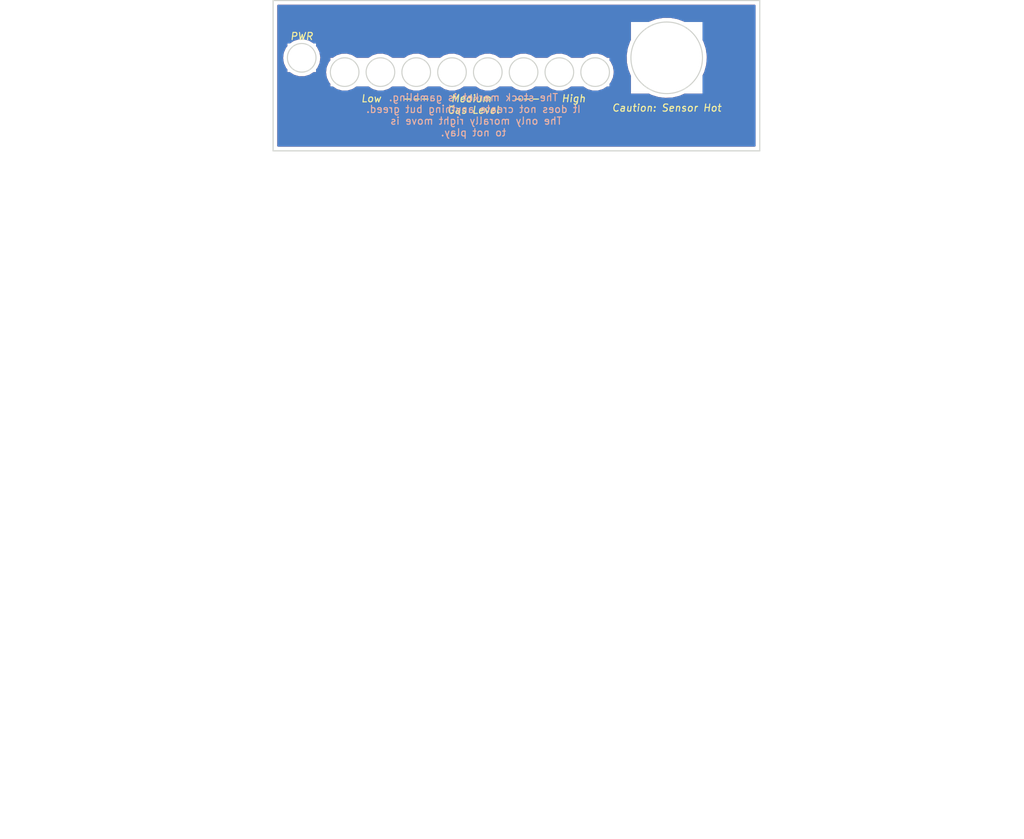
<source format=kicad_pcb>
(kicad_pcb (version 20171130) (host pcbnew 5.0.0-rc2)

  (general
    (thickness 1.6)
    (drawings 20)
    (tracks 0)
    (zones 0)
    (modules 1)
    (nets 1)
  )

  (page USLetter)
  (title_block
    (title "Project Title")
  )

  (layers
    (0 F.Cu signal)
    (31 B.Cu signal)
    (34 B.Paste user)
    (35 F.Paste user)
    (36 B.SilkS user)
    (37 F.SilkS user)
    (38 B.Mask user)
    (39 F.Mask user)
    (40 Dwgs.User user)
    (44 Edge.Cuts user)
    (46 B.CrtYd user)
    (47 F.CrtYd user)
    (48 B.Fab user)
    (49 F.Fab user)
  )

  (setup
    (last_trace_width 0.254)
    (user_trace_width 0.1524)
    (user_trace_width 0.254)
    (user_trace_width 0.3302)
    (user_trace_width 0.508)
    (user_trace_width 0.762)
    (user_trace_width 1.27)
    (trace_clearance 0.254)
    (zone_clearance 0.508)
    (zone_45_only no)
    (trace_min 0.1524)
    (segment_width 0.1524)
    (edge_width 0.1524)
    (via_size 0.6858)
    (via_drill 0.3302)
    (via_min_size 0.6858)
    (via_min_drill 0.3302)
    (user_via 0.6858 0.3302)
    (user_via 0.762 0.4064)
    (user_via 0.8636 0.508)
    (uvia_size 0.6858)
    (uvia_drill 0.3302)
    (uvias_allowed no)
    (uvia_min_size 0)
    (uvia_min_drill 0)
    (pcb_text_width 0.1524)
    (pcb_text_size 1.016 1.016)
    (mod_edge_width 0.1524)
    (mod_text_size 1.016 1.016)
    (mod_text_width 0.1524)
    (pad_size 1.524 1.524)
    (pad_drill 0.762)
    (pad_to_mask_clearance 0.0762)
    (solder_mask_min_width 0.1016)
    (pad_to_paste_clearance -0.0762)
    (aux_axis_origin 0 0)
    (visible_elements 7FFFFFFF)
    (pcbplotparams
      (layerselection 0x310fc_ffffffff)
      (usegerberextensions true)
      (usegerberattributes false)
      (usegerberadvancedattributes false)
      (creategerberjobfile false)
      (excludeedgelayer true)
      (linewidth 0.100000)
      (plotframeref false)
      (viasonmask false)
      (mode 1)
      (useauxorigin false)
      (hpglpennumber 1)
      (hpglpenspeed 20)
      (hpglpendiameter 15)
      (psnegative false)
      (psa4output false)
      (plotreference true)
      (plotvalue true)
      (plotinvisibletext false)
      (padsonsilk false)
      (subtractmaskfromsilk false)
      (outputformat 1)
      (mirror false)
      (drillshape 0)
      (scaleselection 1)
      (outputdirectory gerbers/))
  )

  (net 0 "")

  (net_class Default "This is the default net class."
    (clearance 0.254)
    (trace_width 0.254)
    (via_dia 0.6858)
    (via_drill 0.3302)
    (uvia_dia 0.6858)
    (uvia_drill 0.3302)
  )

  (module SteakElectronics:steakelectronics_fmask (layer F.Cu) (tedit 0) (tstamp 5CF761C2)
    (at 116 97)
    (fp_text reference G*** (at 0 0) (layer F.Mask) hide
      (effects (font (size 1.524 1.524) (thickness 0.3)))
    )
    (fp_text value LOGO (at 0.75 0) (layer F.Mask) hide
      (effects (font (size 1.524 1.524) (thickness 0.3)))
    )
    (fp_poly (pts (xy 5.101457 -0.864935) (xy 5.215637 -0.827851) (xy 5.258911 -0.760943) (xy 5.256052 -0.710284)
      (xy 5.209764 -0.644504) (xy 5.147599 -0.643317) (xy 4.963596 -0.667675) (xy 4.832097 -0.652339)
      (xy 4.768689 -0.59943) (xy 4.766549 -0.591451) (xy 4.782414 -0.531199) (xy 4.870041 -0.492189)
      (xy 4.915886 -0.482326) (xy 5.113334 -0.416308) (xy 5.244151 -0.312602) (xy 5.301787 -0.18408)
      (xy 5.279694 -0.043619) (xy 5.197554 0.071372) (xy 5.051291 0.156541) (xy 4.840636 0.181897)
      (xy 4.583546 0.152136) (xy 4.505528 0.112784) (xy 4.480069 0.018767) (xy 4.479636 -0.003831)
      (xy 4.479636 -0.139785) (xy 4.652282 -0.067649) (xy 4.804479 -0.024271) (xy 4.93084 -0.024026)
      (xy 5.010295 -0.063581) (xy 5.025097 -0.126633) (xy 4.968647 -0.191463) (xy 4.838354 -0.239419)
      (xy 4.828071 -0.241634) (xy 4.629836 -0.311664) (xy 4.514018 -0.422598) (xy 4.479636 -0.561339)
      (xy 4.517011 -0.719776) (xy 4.62863 -0.823749) (xy 4.813731 -0.872696) (xy 4.906818 -0.876747)
      (xy 5.101457 -0.864935)) (layer F.Mask) (width 0.01))
    (fp_poly (pts (xy 4.109286 -0.869729) (xy 4.225069 -0.841731) (xy 4.281533 -0.786228) (xy 4.294909 -0.707765)
      (xy 4.282919 -0.627479) (xy 4.229315 -0.618611) (xy 4.191 -0.630404) (xy 3.991686 -0.667801)
      (xy 3.836501 -0.631103) (xy 3.734507 -0.525593) (xy 3.694764 -0.356556) (xy 3.694546 -0.340835)
      (xy 3.729977 -0.186171) (xy 3.821603 -0.072865) (xy 3.947424 -0.016831) (xy 4.08544 -0.033986)
      (xy 4.105401 -0.043623) (xy 4.220017 -0.088188) (xy 4.279707 -0.063961) (xy 4.294909 0.017705)
      (xy 4.260436 0.118285) (xy 4.191 0.15562) (xy 3.999643 0.181872) (xy 3.801148 0.170245)
      (xy 3.648364 0.125955) (xy 3.553784 0.047651) (xy 3.464361 -0.074324) (xy 3.447328 -0.106281)
      (xy 3.387399 -0.323202) (xy 3.417284 -0.53352) (xy 3.534691 -0.72373) (xy 3.555844 -0.745857)
      (xy 3.657722 -0.829823) (xy 3.768209 -0.868535) (xy 3.918125 -0.877454) (xy 4.109286 -0.869729)) (layer F.Mask) (width 0.01))
    (fp_poly (pts (xy 3.232727 0.184728) (xy 3.101879 0.184728) (xy 3.00063 0.178715) (xy 2.951788 0.165671)
      (xy 2.945279 0.114609) (xy 2.942347 -0.009273) (xy 2.943167 -0.186494) (xy 2.946972 -0.36542)
      (xy 2.961398 -0.877454) (xy 3.232727 -0.877454) (xy 3.232727 0.184728)) (layer F.Mask) (width 0.01))
    (fp_poly (pts (xy 2.032472 -0.870707) (xy 2.094257 -0.838816) (xy 2.154678 -0.764305) (xy 2.231393 -0.629702)
      (xy 2.263396 -0.56892) (xy 2.424546 -0.260386) (xy 2.438201 -0.56892) (xy 2.447019 -0.73287)
      (xy 2.461861 -0.825145) (xy 2.492749 -0.866346) (xy 2.549705 -0.877077) (xy 2.588292 -0.877454)
      (xy 2.724727 -0.877454) (xy 2.724727 0.190303) (xy 2.558939 0.17597) (xy 2.471376 0.162146)
      (xy 2.405217 0.126707) (xy 2.342316 0.051643) (xy 2.264525 -0.081053) (xy 2.22412 -0.156283)
      (xy 2.055091 -0.474202) (xy 2.041522 -0.144737) (xy 2.032597 0.026239) (xy 2.018322 0.124773)
      (xy 1.991028 0.170757) (xy 1.943049 0.184084) (xy 1.914522 0.184728) (xy 1.801091 0.184728)
      (xy 1.801091 -0.877454) (xy 1.951669 -0.877454) (xy 2.032472 -0.870707)) (layer F.Mask) (width 0.01))
    (fp_poly (pts (xy 1.228439 -0.870248) (xy 1.336705 -0.841182) (xy 1.424238 -0.779085) (xy 1.447308 -0.756824)
      (xy 1.556627 -0.592947) (xy 1.604676 -0.399511) (xy 1.593131 -0.202269) (xy 1.523669 -0.026974)
      (xy 1.397965 0.100618) (xy 1.391247 0.104687) (xy 1.220062 0.16453) (xy 1.014208 0.179192)
      (xy 0.82097 0.146085) (xy 0.796928 0.137215) (xy 0.662851 0.037998) (xy 0.566907 -0.119199)
      (xy 0.519172 -0.304358) (xy 0.52288 -0.368712) (xy 0.827656 -0.368712) (xy 0.850907 -0.202449)
      (xy 0.880523 -0.132812) (xy 0.963315 -0.060814) (xy 1.078985 -0.049755) (xy 1.195594 -0.094775)
      (xy 1.281203 -0.191011) (xy 1.282668 -0.194026) (xy 1.319006 -0.362208) (xy 1.276249 -0.519616)
      (xy 1.171964 -0.631417) (xy 1.084258 -0.677168) (xy 1.011563 -0.666199) (xy 0.946727 -0.627701)
      (xy 0.861053 -0.521354) (xy 0.827656 -0.368712) (xy 0.52288 -0.368712) (xy 0.529723 -0.487462)
      (xy 0.559953 -0.568763) (xy 0.668305 -0.738832) (xy 0.792916 -0.834711) (xy 0.962157 -0.873777)
      (xy 1.063934 -0.877454) (xy 1.228439 -0.870248)) (layer F.Mask) (width 0.01))
    (fp_poly (pts (xy 0.031644 -0.874091) (xy 0.14009 -0.858698) (xy 0.210616 -0.823318) (xy 0.270402 -0.759995)
      (xy 0.273739 -0.755772) (xy 0.339817 -0.65596) (xy 0.369347 -0.580104) (xy 0.369455 -0.577272)
      (xy 0.342826 -0.504196) (xy 0.27828 -0.404609) (xy 0.273739 -0.398773) (xy 0.221559 -0.318175)
      (xy 0.217589 -0.27808) (xy 0.222471 -0.27709) (xy 0.260653 -0.239856) (xy 0.319966 -0.148072)
      (xy 0.38409 -0.031621) (xy 0.436705 0.079617) (xy 0.461489 0.155761) (xy 0.461818 0.161133)
      (xy 0.421264 0.176959) (xy 0.322006 0.1846) (xy 0.305785 0.184728) (xy 0.188938 0.169429)
      (xy 0.121016 0.105473) (xy 0.090734 0.042249) (xy 0.011857 -0.105024) (xy -0.075958 -0.202832)
      (xy -0.141844 -0.230909) (xy -0.16742 -0.189625) (xy -0.182761 -0.085176) (xy -0.184727 -0.02309)
      (xy -0.188743 0.1047) (xy -0.211932 0.165226) (xy -0.271005 0.183553) (xy -0.323273 0.184728)
      (xy -0.461818 0.184728) (xy -0.461818 -0.53109) (xy -0.184727 -0.53109) (xy -0.157176 -0.438368)
      (xy -0.089422 -0.419488) (xy -0.003818 -0.480336) (xy -0.001679 -0.482886) (xy 0.03082 -0.569617)
      (xy -0.016469 -0.630714) (xy -0.095089 -0.646545) (xy -0.165795 -0.618009) (xy -0.184727 -0.53109)
      (xy -0.461818 -0.53109) (xy -0.461818 -0.877454) (xy -0.141897 -0.877454) (xy 0.031644 -0.874091)) (layer F.Mask) (width 0.01))
    (fp_poly (pts (xy -1.073727 -0.867471) (xy -0.854203 -0.860467) (xy -0.710931 -0.851062) (xy -0.627807 -0.835835)
      (xy -0.588726 -0.811364) (xy -0.577581 -0.774228) (xy -0.577273 -0.762) (xy -0.597147 -0.697502)
      (xy -0.672228 -0.66507) (xy -0.750454 -0.655303) (xy -0.923636 -0.640969) (xy -0.923636 0.184728)
      (xy -1.200727 0.184728) (xy -1.200727 -0.646545) (xy -1.385454 -0.646545) (xy -1.504409 -0.652778)
      (xy -1.557284 -0.682464) (xy -1.5701 -0.752088) (xy -1.570182 -0.763562) (xy -1.570182 -0.880579)
      (xy -1.073727 -0.867471)) (layer F.Mask) (width 0.01))
    (fp_poly (pts (xy -1.921044 -0.867929) (xy -1.765643 -0.85799) (xy -1.679789 -0.839713) (xy -1.640712 -0.801829)
      (xy -1.625641 -0.733065) (xy -1.624228 -0.72101) (xy -1.622816 -0.629584) (xy -1.656418 -0.608628)
      (xy -1.686246 -0.617298) (xy -1.847903 -0.669514) (xy -1.959734 -0.673295) (xy -2.052226 -0.62582)
      (xy -2.104109 -0.578634) (xy -2.187273 -0.474735) (xy -2.207266 -0.372757) (xy -2.198658 -0.308666)
      (xy -2.133075 -0.137993) (xy -2.0178 -0.045006) (xy -1.853751 -0.030129) (xy -1.689927 -0.074016)
      (xy -1.634013 -0.072574) (xy -1.616474 0.002056) (xy -1.616364 0.013209) (xy -1.642506 0.111574)
      (xy -1.689413 0.156696) (xy -1.843821 0.183462) (xy -2.031054 0.173238) (xy -2.201117 0.129918)
      (xy -2.235445 0.114188) (xy -2.376757 0.01893) (xy -2.456555 -0.100167) (xy -2.489223 -0.269791)
      (xy -2.492349 -0.362471) (xy -2.486323 -0.517355) (xy -2.456117 -0.619485) (xy -2.387011 -0.707985)
      (xy -2.348225 -0.745492) (xy -2.257227 -0.821728) (xy -2.171457 -0.860526) (xy -2.056129 -0.871855)
      (xy -1.921044 -0.867929)) (layer F.Mask) (width 0.01))
    (fp_poly (pts (xy -2.818584 -0.876224) (xy -2.708867 -0.868607) (xy -2.653822 -0.848714) (xy -2.634605 -0.810657)
      (xy -2.632364 -0.762) (xy -2.63985 -0.693478) (xy -2.678057 -0.659295) (xy -2.770603 -0.647639)
      (xy -2.863273 -0.646545) (xy -3.003716 -0.640779) (xy -3.073535 -0.618491) (xy -3.094025 -0.572197)
      (xy -3.094182 -0.565394) (xy -3.079299 -0.515801) (xy -3.019544 -0.496454) (xy -2.892252 -0.500309)
      (xy -2.886364 -0.500772) (xy -2.758835 -0.507631) (xy -2.698326 -0.491118) (xy -2.67985 -0.436002)
      (xy -2.678545 -0.374104) (xy -2.684192 -0.286076) (xy -2.717858 -0.244386) (xy -2.804637 -0.231744)
      (xy -2.886364 -0.230909) (xy -3.016233 -0.224865) (xy -3.077645 -0.199771) (xy -3.094102 -0.14518)
      (xy -3.094182 -0.138545) (xy -3.082025 -0.083145) (xy -3.030423 -0.055515) (xy -2.916682 -0.046577)
      (xy -2.863273 -0.046181) (xy -2.72623 -0.042438) (xy -2.657863 -0.023335) (xy -2.634551 0.022939)
      (xy -2.632364 0.069273) (xy -2.636301 0.126534) (xy -2.660675 0.16082) (xy -2.724332 0.178022)
      (xy -2.846116 0.184027) (xy -3.001818 0.184728) (xy -3.371273 0.184728) (xy -3.371273 -0.877454)
      (xy -3.001818 -0.877454) (xy -2.818584 -0.876224)) (layer F.Mask) (width 0.01))
    (fp_poly (pts (xy -3.971636 -0.046181) (xy -3.740727 -0.046181) (xy -3.603685 -0.042438) (xy -3.535318 -0.023335)
      (xy -3.512006 0.022939) (xy -3.509818 0.069273) (xy -3.513422 0.125182) (xy -3.536426 0.159303)
      (xy -3.597115 0.177015) (xy -3.713778 0.183697) (xy -3.902364 0.184728) (xy -4.294909 0.184728)
      (xy -4.294909 -0.877454) (xy -3.971636 -0.877454) (xy -3.971636 -0.046181)) (layer F.Mask) (width 0.01))
    (fp_poly (pts (xy -4.665857 -0.876224) (xy -4.55614 -0.868607) (xy -4.501095 -0.848714) (xy -4.481878 -0.810657)
      (xy -4.479636 -0.762) (xy -4.48825 -0.690755) (xy -4.530589 -0.657) (xy -4.631401 -0.646986)
      (xy -4.687454 -0.646545) (xy -4.82443 -0.637479) (xy -4.886823 -0.606654) (xy -4.895273 -0.577272)
      (xy -4.864769 -0.529105) (xy -4.763653 -0.509257) (xy -4.710545 -0.508) (xy -4.592097 -0.502529)
      (xy -4.539441 -0.472881) (xy -4.52611 -0.399204) (xy -4.525818 -0.369454) (xy -4.533113 -0.280618)
      (xy -4.572643 -0.241126) (xy -4.670879 -0.231127) (xy -4.710545 -0.230909) (xy -4.831401 -0.223163)
      (xy -4.884814 -0.191857) (xy -4.895273 -0.138545) (xy -4.883116 -0.083145) (xy -4.831514 -0.055515)
      (xy -4.717773 -0.046577) (xy -4.664364 -0.046181) (xy -4.527321 -0.042438) (xy -4.458954 -0.023335)
      (xy -4.435642 0.022939) (xy -4.433454 0.069273) (xy -4.437059 0.125182) (xy -4.460062 0.159303)
      (xy -4.520752 0.177015) (xy -4.637414 0.183697) (xy -4.826 0.184728) (xy -5.218545 0.184728)
      (xy -5.218545 -0.877454) (xy -4.849091 -0.877454) (xy -4.665857 -0.876224)) (layer F.Mask) (width 0.01))
    (fp_poly (pts (xy -6.562818 -0.867873) (xy -6.520769 -0.821083) (xy -6.503359 -0.710011) (xy -6.502879 -0.704272)
      (xy -6.488545 -0.53109) (xy -6.327229 -0.704272) (xy -6.209451 -0.814749) (xy -6.104336 -0.866104)
      (xy -5.992411 -0.877454) (xy -5.880898 -0.871312) (xy -5.821771 -0.856083) (xy -5.818909 -0.851365)
      (xy -5.849545 -0.808485) (xy -5.929973 -0.720792) (xy -6.042972 -0.607034) (xy -6.046265 -0.603824)
      (xy -6.273621 -0.382372) (xy -6.023174 -0.135036) (xy -5.903451 -0.012365) (xy -5.814891 0.086826)
      (xy -5.773818 0.144056) (xy -5.772727 0.148514) (xy -5.813519 0.171898) (xy -5.914534 0.184183)
      (xy -5.944161 0.184728) (xy -6.061062 0.170913) (xy -6.166692 0.118523) (xy -6.292261 0.011141)
      (xy -6.313616 -0.009615) (xy -6.511636 -0.203958) (xy -6.511636 -0.009615) (xy -6.516429 0.112781)
      (xy -6.543098 0.168743) (xy -6.610085 0.184135) (xy -6.650182 0.184728) (xy -6.788727 0.184728)
      (xy -6.788727 -0.877454) (xy -6.65297 -0.877454) (xy -6.562818 -0.867873)) (layer F.Mask) (width 0.01))
    (fp_poly (pts (xy -7.314312 -0.866507) (xy -7.248339 -0.820291) (xy -7.214597 -0.750454) (xy -7.173248 -0.63831)
      (xy -7.114759 -0.478767) (xy -7.06639 -0.346363) (xy -7.005891 -0.181938) (xy -6.952245 -0.038636)
      (xy -6.923214 0.03681) (xy -6.889122 0.133702) (xy -6.90426 0.175072) (xy -6.986869 0.184562)
      (xy -7.037341 0.184728) (xy -7.15589 0.168661) (xy -7.211413 0.111916) (xy -7.217745 0.092364)
      (xy -7.25358 0.031257) (xy -7.335756 0.004401) (xy -7.435273 0) (xy -7.565687 0.009484)
      (xy -7.631302 0.04538) (xy -7.652801 0.092364) (xy -7.697656 0.159958) (xy -7.79994 0.184007)
      (xy -7.833204 0.184728) (xy -7.937961 0.180578) (xy -7.988597 0.170419) (xy -7.989454 0.168744)
      (xy -7.985193 0.151579) (xy -7.969891 0.105763) (xy -7.939771 0.020832) (xy -7.891056 -0.113678)
      (xy -7.819968 -0.308231) (xy -7.812634 -0.328224) (xy -7.520627 -0.328224) (xy -7.507453 -0.254838)
      (xy -7.430332 -0.230909) (xy -7.359963 -0.250181) (xy -7.361059 -0.303959) (xy -7.387589 -0.416868)
      (xy -7.39056 -0.454049) (xy -7.399238 -0.500986) (xy -7.433637 -0.474861) (xy -7.459832 -0.441446)
      (xy -7.520627 -0.328224) (xy -7.812634 -0.328224) (xy -7.72273 -0.57329) (xy -7.65764 -0.750454)
      (xy -7.611142 -0.836227) (xy -7.534787 -0.87174) (xy -7.436358 -0.877454) (xy -7.314312 -0.866507)) (layer F.Mask) (width 0.01))
    (fp_poly (pts (xy -8.268038 -0.876224) (xy -8.158321 -0.868607) (xy -8.103277 -0.848714) (xy -8.08406 -0.810657)
      (xy -8.081818 -0.762) (xy -8.090432 -0.690755) (xy -8.132771 -0.657) (xy -8.233583 -0.646986)
      (xy -8.289636 -0.646545) (xy -8.428573 -0.636789) (xy -8.49078 -0.60456) (xy -8.497454 -0.579928)
      (xy -8.456912 -0.529435) (xy -8.33203 -0.501755) (xy -8.301182 -0.499109) (xy -8.177009 -0.48385)
      (xy -8.12003 -0.451033) (xy -8.105082 -0.384037) (xy -8.104909 -0.369454) (xy -8.115577 -0.295639)
      (xy -8.164357 -0.258593) (xy -8.276413 -0.241693) (xy -8.301182 -0.239799) (xy -8.428413 -0.222331)
      (xy -8.486129 -0.186474) (xy -8.497454 -0.13589) (xy -8.484471 -0.08195) (xy -8.430546 -0.055058)
      (xy -8.313214 -0.046487) (xy -8.266545 -0.046181) (xy -8.129503 -0.042438) (xy -8.061136 -0.023335)
      (xy -8.037824 0.022939) (xy -8.035636 0.069273) (xy -8.03924 0.125182) (xy -8.062244 0.159303)
      (xy -8.122934 0.177015) (xy -8.239596 0.183697) (xy -8.428182 0.184728) (xy -8.820727 0.184728)
      (xy -8.820727 -0.877454) (xy -8.451273 -0.877454) (xy -8.268038 -0.876224)) (layer F.Mask) (width 0.01))
    (fp_poly (pts (xy -8.913091 -0.762) (xy -8.925167 -0.683922) (xy -8.979512 -0.651959) (xy -9.074727 -0.646545)
      (xy -9.236364 -0.646545) (xy -9.236364 0.184728) (xy -9.367212 0.184728) (xy -9.47298 0.174837)
      (xy -9.528848 0.15394) (xy -9.543 0.096444) (xy -9.553721 -0.029644) (xy -9.55925 -0.200567)
      (xy -9.559636 -0.261697) (xy -9.559636 -0.646545) (xy -9.721273 -0.646545) (xy -9.830581 -0.655171)
      (xy -9.875329 -0.693988) (xy -9.882909 -0.762) (xy -9.882909 -0.877454) (xy -8.913091 -0.877454)
      (xy -8.913091 -0.762)) (layer F.Mask) (width 0.01))
    (fp_poly (pts (xy -10.158204 -0.875854) (xy -10.069402 -0.864754) (xy -10.0309 -0.834709) (xy -10.021665 -0.77627)
      (xy -10.021454 -0.7441) (xy -10.027054 -0.663862) (xy -10.060106 -0.625678) (xy -10.144997 -0.61543)
      (xy -10.240818 -0.6171) (xy -10.391114 -0.610761) (xy -10.470402 -0.585976) (xy -10.472315 -0.550055)
      (xy -10.390488 -0.510309) (xy -10.344727 -0.49777) (xy -10.158829 -0.444365) (xy -10.047109 -0.384254)
      (xy -9.991886 -0.301103) (xy -9.975479 -0.178577) (xy -9.975273 -0.156451) (xy -9.989305 -0.009734)
      (xy -10.039912 0.081237) (xy -10.077912 0.112836) (xy -10.193007 0.156154) (xy -10.360897 0.177716)
      (xy -10.544041 0.175024) (xy -10.679545 0.152893) (xy -10.745694 0.091002) (xy -10.760364 -0.002243)
      (xy -10.752816 -0.094134) (xy -10.712668 -0.113601) (xy -10.641903 -0.09122) (xy -10.503375 -0.057053)
      (xy -10.384516 -0.046181) (xy -10.284165 -0.068823) (xy -10.256094 -0.121877) (xy -10.296743 -0.18304)
      (xy -10.40255 -0.230008) (xy -10.414279 -0.232599) (xy -10.598525 -0.285155) (xy -10.706519 -0.358911)
      (xy -10.754143 -0.468546) (xy -10.760364 -0.552508) (xy -10.743297 -0.706343) (xy -10.682561 -0.804674)
      (xy -10.563853 -0.858016) (xy -10.372869 -0.876885) (xy -10.318338 -0.877454) (xy -10.158204 -0.875854)) (layer F.Mask) (width 0.01))
    (fp_poly (pts (xy 9.799186 -2.060383) (xy 9.907996 -2.000373) (xy 10.005801 -1.939636) (xy 10.137933 -1.862775)
      (xy 10.24539 -1.812467) (xy 10.288912 -1.80109) (xy 10.372483 -1.773052) (xy 10.490649 -1.703466)
      (xy 10.610784 -1.614127) (xy 10.700262 -1.526832) (xy 10.701168 -1.525695) (xy 10.74143 -1.43075)
      (xy 10.758895 -1.303421) (xy 10.715872 -1.152797) (xy 10.584376 -0.977349) (xy 10.364782 -0.777481)
      (xy 10.058341 -0.554181) (xy 9.90482 -0.448734) (xy 9.808626 -0.368021) (xy 9.750405 -0.285293)
      (xy 9.710802 -0.173798) (xy 9.6743 -0.023364) (xy 9.609947 0.197163) (xy 9.518755 0.388594)
      (xy 9.382499 0.585068) (xy 9.28795 0.700369) (xy 9.217241 0.818906) (xy 9.15202 0.984225)
      (xy 9.108117 1.151324) (xy 9.098514 1.238916) (xy 9.057279 1.361944) (xy 8.950608 1.488404)
      (xy 8.801838 1.596225) (xy 8.655452 1.657935) (xy 8.386503 1.70311) (xy 8.133945 1.676024)
      (xy 8.012546 1.639319) (xy 7.831919 1.548155) (xy 7.701097 1.411694) (xy 7.607135 1.212761)
      (xy 7.558599 1.037037) (xy 7.462464 0.745982) (xy 7.320863 0.477361) (xy 7.318362 0.473579)
      (xy 7.245697 0.346897) (xy 8.662314 0.346897) (xy 8.712228 0.354169) (xy 8.797636 0.356246)
      (xy 8.907158 0.353312) (xy 8.947191 0.34508) (xy 8.925271 0.336946) (xy 8.798575 0.32863)
      (xy 8.694362 0.336316) (xy 8.662314 0.346897) (xy 7.245697 0.346897) (xy 7.203372 0.273111)
      (xy 7.197294 0.254533) (xy 8.754678 0.254533) (xy 8.804592 0.261805) (xy 8.89 0.263883)
      (xy 8.999521 0.260948) (xy 9.039554 0.252717) (xy 9.017635 0.244582) (xy 8.890939 0.236267)
      (xy 8.786726 0.243952) (xy 8.754678 0.254533) (xy 7.197294 0.254533) (xy 7.167076 0.162169)
      (xy 8.847042 0.162169) (xy 8.896956 0.169442) (xy 8.982364 0.171519) (xy 9.091885 0.168584)
      (xy 9.131918 0.160353) (xy 9.109999 0.152219) (xy 8.983303 0.143903) (xy 8.87909 0.151588)
      (xy 8.847042 0.162169) (xy 7.167076 0.162169) (xy 7.142094 0.08581) (xy 7.13676 0.048908)
      (xy 8.820727 0.048908) (xy 8.86035 0.07896) (xy 8.956905 0.091197) (xy 9.076916 0.086728)
      (xy 9.186913 0.066663) (xy 9.251208 0.034637) (xy 9.289977 -0.046492) (xy 9.317495 -0.17478)
      (xy 9.321001 -0.207818) (xy 9.347903 -0.356162) (xy 9.394122 -0.481411) (xy 9.402884 -0.496454)
      (xy 9.439424 -0.56174) (xy 9.425648 -0.591644) (xy 9.344656 -0.599974) (xy 9.275701 -0.600363)
      (xy 9.08915 -0.574797) (xy 8.97304 -0.492832) (xy 8.919208 -0.346571) (xy 8.913091 -0.249567)
      (xy 8.903192 -0.121349) (xy 8.878363 -0.03637) (xy 8.866909 -0.02309) (xy 8.822489 0.035951)
      (xy 8.820727 0.048908) (xy 7.13676 0.048908) (xy 7.123697 -0.041452) (xy 7.10604 -0.19032)
      (xy 7.075029 -0.278722) (xy 7.009759 -0.338247) (xy 6.889322 -0.400483) (xy 6.884564 -0.402757)
      (xy 6.663515 -0.531132) (xy 6.452079 -0.694413) (xy 6.265421 -0.876394) (xy 6.118703 -1.06087)
      (xy 6.027089 -1.231636) (xy 6.003636 -1.344234) (xy 6.017572 -1.420578) (xy 6.068355 -1.500817)
      (xy 6.16945 -1.601137) (xy 6.324444 -1.729851) (xy 6.501657 -1.867291) (xy 6.622283 -1.952296)
      (xy 6.682728 -1.982933) (xy 6.679399 -1.957274) (xy 6.625334 -1.891513) (xy 6.566215 -1.767534)
      (xy 6.551176 -1.600453) (xy 6.579891 -1.428158) (xy 6.630268 -1.317814) (xy 6.717002 -1.230821)
      (xy 6.843944 -1.149049) (xy 6.870832 -1.13608) (xy 6.983747 -1.091229) (xy 7.072456 -1.082715)
      (xy 7.181287 -1.110483) (xy 7.250816 -1.135613) (xy 7.430882 -1.193944) (xy 7.630182 -1.246342)
      (xy 7.689273 -1.259149) (xy 7.865076 -1.283491) (xy 8.088722 -1.298528) (xy 8.341719 -1.304824)
      (xy 8.605578 -1.302943) (xy 8.861808 -1.29345) (xy 9.091918 -1.27691) (xy 9.277419 -1.253888)
      (xy 9.39982 -1.224949) (xy 9.434449 -1.205841) (xy 9.532095 -1.162713) (xy 9.67765 -1.15462)
      (xy 9.834752 -1.178793) (xy 9.967039 -1.232462) (xy 9.989406 -1.248113) (xy 10.10333 -1.364931)
      (xy 10.1433 -1.486536) (xy 10.1076 -1.624405) (xy 9.994513 -1.790016) (xy 9.891167 -1.905)
      (xy 9.792942 -2.013352) (xy 9.761558 -2.064927) (xy 9.799186 -2.060383)) (layer F.Mask) (width 0.01))
  )

  (gr_text "The stock market is gambling.\nIt does not create anything but greed.\nThe only morally right move is \nto not play." (at 88 95) (layer B.SilkS)
    (effects (font (size 1.016 1.016) (thickness 0.1524)) (justify mirror))
  )
  (gr_text "Low    ---    Medium    ---    High\nGas Level" (at 88 93.5) (layer F.SilkS) (tstamp 5CF764B7)
    (effects (font (size 1 1) (thickness 0.1524) italic))
  )
  (gr_text PWR (at 64 84) (layer F.SilkS) (tstamp 5CF764AA)
    (effects (font (size 1 1) (thickness 0.1524) italic))
  )
  (gr_circle (center 100 89) (end 102 89) (layer Edge.Cuts) (width 0.1524) (tstamp 5CF764A0))
  (gr_circle (center 105 89) (end 107 89) (layer Edge.Cuts) (width 0.1524) (tstamp 5CF7649F))
  (gr_circle (center 90 89) (end 92 89) (layer Edge.Cuts) (width 0.1524) (tstamp 5CF76497))
  (gr_circle (center 95 89) (end 97 89) (layer Edge.Cuts) (width 0.1524) (tstamp 5CF76496))
  (gr_circle (center 85 89) (end 87 89) (layer Edge.Cuts) (width 0.1524) (tstamp 5CF76492))
  (gr_circle (center 80 89) (end 82 89) (layer Edge.Cuts) (width 0.1524) (tstamp 5CF76491))
  (gr_circle (center 75 89) (end 77 89) (layer Edge.Cuts) (width 0.1524) (tstamp 5CF76486))
  (gr_circle (center 70 89) (end 72 89) (layer Edge.Cuts) (width 0.1524) (tstamp 5CF7642D))
  (gr_circle (center 64 87) (end 66 87) (layer Edge.Cuts) (width 0.1524))
  (gr_circle (center 115 87) (end 120 87) (layer Edge.Cuts) (width 0.1524))
  (gr_text "Gas Sensor" (at 88 84) (layer F.Mask)
    (effects (font (size 1.5 4) (thickness 0.1524) italic))
  )
  (gr_text "Caution: Sensor Hot" (at 115 94) (layer F.SilkS) (tstamp 5CF60287)
    (effects (font (size 1 1) (thickness 0.1524) italic))
  )
  (gr_line (start 128 100) (end 60 100) (layer Edge.Cuts) (width 0.1524))
  (gr_line (start 128 79) (end 128 100) (layer Edge.Cuts) (width 0.1524))
  (gr_line (start 60 79) (end 128 79) (layer Edge.Cuts) (width 0.1524))
  (gr_line (start 60 100) (end 60 79) (layer Edge.Cuts) (width 0.1524))
  (gr_text "FABRICATION NOTES\n\n1. THIS IS A 2 LAYER BOARD. \n2. EXTERNAL LAYERS SHALL HAVE 1 OZ COPPER.\n3. MATERIAL: FR4 AND 0.062 INCH +/- 10% THICK.\n4. BOARDS SHALL BE ROHS COMPLIANT. \n5. MANUFACTURE IN ACCORDANCE WITH IPC-6012 CLASS 2\n6. MASK: BOTH SIDES OF THE BOARD SHALL HAVE \n   SOLDER MASK (ANY COLOR) OVER BARE COPPER. \n7. SILK: BOTH SIDES OF THE BOARD SHALL HAVE \n   WHITE SILKSCREEN. DO NOT PLACE SILK OVER BARE COPPER.\n8. FINISH: ENIG.\n9. MINIMUM TRACE WIDTH - 0.006 INCH.\n   MINIMUM SPACE - 0.006 INCH.\n   MINIMUM HOLE DIA - 0.013 INCH. \n10. MAX HOLE PLACEMENT TOLERANCE OF +/- 0.003 INCH.\n11. MAX HOLE DIAMETER TOLERANCE OF +/- 0.003 INCH AFTER PLATING." (at 21.844 161.544) (layer Dwgs.User)
    (effects (font (size 2.54 2.54) (thickness 0.254)) (justify left))
  )

  (zone (net 0) (net_name "") (layer F.Cu) (tstamp 5CF76635) (hatch edge 0.508)
    (connect_pads (clearance 0.508))
    (min_thickness 0.254)
    (fill yes (arc_segments 16) (thermal_gap 0.508) (thermal_bridge_width 0.508))
    (polygon
      (pts
        (xy 60.5 79.5) (xy 60.5 99.5) (xy 127.5 99.5) (xy 127.5 79.5)
      )
    )
    (filled_polygon
      (pts
        (xy 127.288801 99.2888) (xy 60.711199 99.2888) (xy 60.711199 87.033367) (xy 61.269004 87.033367) (xy 61.38814 87.798526)
        (xy 61.717243 88.499491) (xy 61.873 88.675852) (xy 61.873 89) (xy 61.882667 89.048601) (xy 61.910197 89.089803)
        (xy 61.951399 89.117333) (xy 62 89.127) (xy 62.304483 89.127) (xy 62.884768 89.493133) (xy 63.629334 89.705931)
        (xy 64.403697 89.7012) (xy 65.145608 89.479322) (xy 65.689173 89.127) (xy 66 89.127) (xy 66.048601 89.117333)
        (xy 66.089803 89.089803) (xy 66.117333 89.048601) (xy 66.120363 89.033367) (xy 67.269004 89.033367) (xy 67.38814 89.798526)
        (xy 67.717243 90.499491) (xy 67.873 90.675852) (xy 67.873 91) (xy 67.882667 91.048601) (xy 67.910197 91.089803)
        (xy 67.951399 91.117333) (xy 68 91.127) (xy 68.304483 91.127) (xy 68.884768 91.493133) (xy 69.629334 91.705931)
        (xy 70.403697 91.7012) (xy 71.145608 91.479322) (xy 71.689173 91.127) (xy 73.304483 91.127) (xy 73.884768 91.493133)
        (xy 74.629334 91.705931) (xy 75.403697 91.7012) (xy 76.145608 91.479322) (xy 76.689173 91.127) (xy 78.304483 91.127)
        (xy 78.884768 91.493133) (xy 79.629334 91.705931) (xy 80.403697 91.7012) (xy 81.145608 91.479322) (xy 81.689173 91.127)
        (xy 83.304483 91.127) (xy 83.884768 91.493133) (xy 84.629334 91.705931) (xy 85.403697 91.7012) (xy 86.145608 91.479322)
        (xy 86.689173 91.127) (xy 88.304483 91.127) (xy 88.884768 91.493133) (xy 89.629334 91.705931) (xy 90.403697 91.7012)
        (xy 91.145608 91.479322) (xy 91.689173 91.127) (xy 93.304483 91.127) (xy 93.884768 91.493133) (xy 94.629334 91.705931)
        (xy 95.403697 91.7012) (xy 96.145608 91.479322) (xy 96.689173 91.127) (xy 98.304483 91.127) (xy 98.884768 91.493133)
        (xy 99.629334 91.705931) (xy 100.403697 91.7012) (xy 101.145608 91.479322) (xy 101.689173 91.127) (xy 103.304483 91.127)
        (xy 103.884768 91.493133) (xy 104.629334 91.705931) (xy 105.403697 91.7012) (xy 106.145608 91.479322) (xy 106.689173 91.127)
        (xy 107 91.127) (xy 107.048601 91.117333) (xy 107.089803 91.089803) (xy 107.117333 91.048601) (xy 107.127 91)
        (xy 107.127 90.673319) (xy 107.300906 90.471491) (xy 107.62142 89.766557) (xy 107.7312 89) (xy 107.730385 88.933271)
        (xy 107.601909 88.169625) (xy 107.264267 87.472732) (xy 107.127 87.321082) (xy 107.127 87) (xy 107.117333 86.951399)
        (xy 107.089803 86.910197) (xy 107.048601 86.882667) (xy 107 86.873) (xy 106.702883 86.873) (xy 106.323625 86.640135)
        (xy 109.280109 86.640135) (xy 109.306782 87.658728) (xy 109.51341 88.656499) (xy 109.873 89.551007) (xy 109.873 92)
        (xy 109.882667 92.048601) (xy 109.910197 92.089803) (xy 109.951399 92.117333) (xy 110 92.127) (xy 112.487036 92.127)
        (xy 112.834519 92.306349) (xy 113.808417 92.60596) (xy 114.819979 92.728372) (xy 115.837231 92.669718) (xy 116.82802 92.43185)
        (xy 117.522488 92.127) (xy 120 92.127) (xy 120.048601 92.117333) (xy 120.089803 92.089803) (xy 120.117333 92.048601)
        (xy 120.127 92) (xy 120.127 89.510867) (xy 120.371751 88.997736) (xy 120.640622 88.014908) (xy 120.7312 87)
        (xy 120.723346 86.700052) (xy 120.579775 85.691275) (xy 120.259835 84.723866) (xy 120.127 84.479214) (xy 120.127 82)
        (xy 120.117333 81.951399) (xy 120.089803 81.910197) (xy 120.048601 81.882667) (xy 120 81.873) (xy 117.54938 81.873)
        (xy 117.494396 81.840093) (xy 116.541233 81.479923) (xy 115.539354 81.294235) (xy 114.520426 81.2889) (xy 113.516656 81.464086)
        (xy 112.559774 81.814255) (xy 112.459244 81.873) (xy 110 81.873) (xy 109.951399 81.882667) (xy 109.910197 81.910197)
        (xy 109.882667 81.951399) (xy 109.873 82) (xy 109.873 84.473594) (xy 109.764288 84.668911) (xy 109.434235 85.632917)
        (xy 109.280109 86.640135) (xy 106.323625 86.640135) (xy 106.08469 86.493429) (xy 105.33758 86.289743) (xy 104.563333 86.303933)
        (xy 103.824188 86.534859) (xy 103.316208 86.873) (xy 101.702883 86.873) (xy 101.08469 86.493429) (xy 100.33758 86.289743)
        (xy 99.563333 86.303933) (xy 98.824188 86.534859) (xy 98.316208 86.873) (xy 96.702883 86.873) (xy 96.08469 86.493429)
        (xy 95.33758 86.289743) (xy 94.563333 86.303933) (xy 93.824188 86.534859) (xy 93.316208 86.873) (xy 91.702883 86.873)
        (xy 91.08469 86.493429) (xy 90.33758 86.289743) (xy 89.563333 86.303933) (xy 88.824188 86.534859) (xy 88.316208 86.873)
        (xy 86.702883 86.873) (xy 86.08469 86.493429) (xy 85.33758 86.289743) (xy 84.563333 86.303933) (xy 83.824188 86.534859)
        (xy 83.316208 86.873) (xy 81.702883 86.873) (xy 81.08469 86.493429) (xy 80.33758 86.289743) (xy 79.563333 86.303933)
        (xy 78.824188 86.534859) (xy 78.316208 86.873) (xy 76.702883 86.873) (xy 76.08469 86.493429) (xy 75.33758 86.289743)
        (xy 74.563333 86.303933) (xy 73.824188 86.534859) (xy 73.316208 86.873) (xy 71.702883 86.873) (xy 71.08469 86.493429)
        (xy 70.33758 86.289743) (xy 69.563333 86.303933) (xy 68.824188 86.534859) (xy 68.316208 86.873) (xy 68 86.873)
        (xy 67.951399 86.882667) (xy 67.910197 86.910197) (xy 67.882667 86.951399) (xy 67.873 87) (xy 67.873 87.328661)
        (xy 67.681289 87.556729) (xy 67.36941 88.265526) (xy 67.269004 89.033367) (xy 66.120363 89.033367) (xy 66.127 89)
        (xy 66.127 88.673319) (xy 66.300906 88.471491) (xy 66.62142 87.766557) (xy 66.7312 87) (xy 66.730385 86.933271)
        (xy 66.601909 86.169625) (xy 66.264267 85.472732) (xy 66.127 85.321082) (xy 66.127 85) (xy 66.117333 84.951399)
        (xy 66.089803 84.910197) (xy 66.048601 84.882667) (xy 66 84.873) (xy 65.702883 84.873) (xy 65.08469 84.493429)
        (xy 64.33758 84.289743) (xy 63.563333 84.303933) (xy 62.824188 84.534859) (xy 62.316208 84.873) (xy 62 84.873)
        (xy 61.951399 84.882667) (xy 61.910197 84.910197) (xy 61.882667 84.951399) (xy 61.873 85) (xy 61.873 85.328661)
        (xy 61.681289 85.556729) (xy 61.36941 86.265526) (xy 61.269004 87.033367) (xy 60.711199 87.033367) (xy 60.7112 79.7112)
        (xy 127.2888 79.7112)
      )
    )
  )
  (zone (net 0) (net_name "") (layer B.Cu) (tstamp 5CF76632) (hatch edge 0.508)
    (connect_pads (clearance 0.508))
    (min_thickness 0.254)
    (fill yes (arc_segments 16) (thermal_gap 0.508) (thermal_bridge_width 0.508))
    (polygon
      (pts
        (xy 60.494746 79.5) (xy 60.494746 99.5) (xy 127.494746 99.5) (xy 127.494746 79.5)
      )
    )
    (filled_polygon
      (pts
        (xy 127.288801 99.2888) (xy 60.711199 99.2888) (xy 60.711199 87.033367) (xy 61.269004 87.033367) (xy 61.38814 87.798526)
        (xy 61.717243 88.499491) (xy 61.873 88.675852) (xy 61.873 89) (xy 61.882667 89.048601) (xy 61.910197 89.089803)
        (xy 61.951399 89.117333) (xy 62 89.127) (xy 62.304483 89.127) (xy 62.884768 89.493133) (xy 63.629334 89.705931)
        (xy 64.403697 89.7012) (xy 65.145608 89.479322) (xy 65.689173 89.127) (xy 66 89.127) (xy 66.048601 89.117333)
        (xy 66.089803 89.089803) (xy 66.117333 89.048601) (xy 66.120363 89.033367) (xy 67.269004 89.033367) (xy 67.38814 89.798526)
        (xy 67.717243 90.499491) (xy 67.873 90.675852) (xy 67.873 91) (xy 67.882667 91.048601) (xy 67.910197 91.089803)
        (xy 67.951399 91.117333) (xy 68 91.127) (xy 68.304483 91.127) (xy 68.884768 91.493133) (xy 69.629334 91.705931)
        (xy 70.403697 91.7012) (xy 71.145608 91.479322) (xy 71.689173 91.127) (xy 73.304483 91.127) (xy 73.884768 91.493133)
        (xy 74.629334 91.705931) (xy 75.403697 91.7012) (xy 76.145608 91.479322) (xy 76.689173 91.127) (xy 78.304483 91.127)
        (xy 78.884768 91.493133) (xy 79.629334 91.705931) (xy 80.403697 91.7012) (xy 81.145608 91.479322) (xy 81.689173 91.127)
        (xy 83.304483 91.127) (xy 83.884768 91.493133) (xy 84.629334 91.705931) (xy 85.403697 91.7012) (xy 86.145608 91.479322)
        (xy 86.689173 91.127) (xy 88.304483 91.127) (xy 88.884768 91.493133) (xy 89.629334 91.705931) (xy 90.403697 91.7012)
        (xy 91.145608 91.479322) (xy 91.689173 91.127) (xy 93.304483 91.127) (xy 93.884768 91.493133) (xy 94.629334 91.705931)
        (xy 95.403697 91.7012) (xy 96.145608 91.479322) (xy 96.689173 91.127) (xy 98.304483 91.127) (xy 98.884768 91.493133)
        (xy 99.629334 91.705931) (xy 100.403697 91.7012) (xy 101.145608 91.479322) (xy 101.689173 91.127) (xy 103.304483 91.127)
        (xy 103.884768 91.493133) (xy 104.629334 91.705931) (xy 105.403697 91.7012) (xy 106.145608 91.479322) (xy 106.689173 91.127)
        (xy 107 91.127) (xy 107.048601 91.117333) (xy 107.089803 91.089803) (xy 107.117333 91.048601) (xy 107.127 91)
        (xy 107.127 90.673319) (xy 107.300906 90.471491) (xy 107.62142 89.766557) (xy 107.7312 89) (xy 107.730385 88.933271)
        (xy 107.601909 88.169625) (xy 107.264267 87.472732) (xy 107.127 87.321082) (xy 107.127 87) (xy 107.117333 86.951399)
        (xy 107.089803 86.910197) (xy 107.048601 86.882667) (xy 107 86.873) (xy 106.702883 86.873) (xy 106.323625 86.640135)
        (xy 109.280109 86.640135) (xy 109.306782 87.658728) (xy 109.51341 88.656499) (xy 109.873 89.551007) (xy 109.873 92)
        (xy 109.882667 92.048601) (xy 109.910197 92.089803) (xy 109.951399 92.117333) (xy 110 92.127) (xy 112.487036 92.127)
        (xy 112.834519 92.306349) (xy 113.808417 92.60596) (xy 114.819979 92.728372) (xy 115.837231 92.669718) (xy 116.82802 92.43185)
        (xy 117.522488 92.127) (xy 120 92.127) (xy 120.048601 92.117333) (xy 120.089803 92.089803) (xy 120.117333 92.048601)
        (xy 120.127 92) (xy 120.127 89.510867) (xy 120.371751 88.997736) (xy 120.640622 88.014908) (xy 120.7312 87)
        (xy 120.723346 86.700052) (xy 120.579775 85.691275) (xy 120.259835 84.723866) (xy 120.127 84.479214) (xy 120.127 82)
        (xy 120.117333 81.951399) (xy 120.089803 81.910197) (xy 120.048601 81.882667) (xy 120 81.873) (xy 117.54938 81.873)
        (xy 117.494396 81.840093) (xy 116.541233 81.479923) (xy 115.539354 81.294235) (xy 114.520426 81.2889) (xy 113.516656 81.464086)
        (xy 112.559774 81.814255) (xy 112.459244 81.873) (xy 110 81.873) (xy 109.951399 81.882667) (xy 109.910197 81.910197)
        (xy 109.882667 81.951399) (xy 109.873 82) (xy 109.873 84.473594) (xy 109.764288 84.668911) (xy 109.434235 85.632917)
        (xy 109.280109 86.640135) (xy 106.323625 86.640135) (xy 106.08469 86.493429) (xy 105.33758 86.289743) (xy 104.563333 86.303933)
        (xy 103.824188 86.534859) (xy 103.316208 86.873) (xy 101.702883 86.873) (xy 101.08469 86.493429) (xy 100.33758 86.289743)
        (xy 99.563333 86.303933) (xy 98.824188 86.534859) (xy 98.316208 86.873) (xy 96.702883 86.873) (xy 96.08469 86.493429)
        (xy 95.33758 86.289743) (xy 94.563333 86.303933) (xy 93.824188 86.534859) (xy 93.316208 86.873) (xy 91.702883 86.873)
        (xy 91.08469 86.493429) (xy 90.33758 86.289743) (xy 89.563333 86.303933) (xy 88.824188 86.534859) (xy 88.316208 86.873)
        (xy 86.702883 86.873) (xy 86.08469 86.493429) (xy 85.33758 86.289743) (xy 84.563333 86.303933) (xy 83.824188 86.534859)
        (xy 83.316208 86.873) (xy 81.702883 86.873) (xy 81.08469 86.493429) (xy 80.33758 86.289743) (xy 79.563333 86.303933)
        (xy 78.824188 86.534859) (xy 78.316208 86.873) (xy 76.702883 86.873) (xy 76.08469 86.493429) (xy 75.33758 86.289743)
        (xy 74.563333 86.303933) (xy 73.824188 86.534859) (xy 73.316208 86.873) (xy 71.702883 86.873) (xy 71.08469 86.493429)
        (xy 70.33758 86.289743) (xy 69.563333 86.303933) (xy 68.824188 86.534859) (xy 68.316208 86.873) (xy 68 86.873)
        (xy 67.951399 86.882667) (xy 67.910197 86.910197) (xy 67.882667 86.951399) (xy 67.873 87) (xy 67.873 87.328661)
        (xy 67.681289 87.556729) (xy 67.36941 88.265526) (xy 67.269004 89.033367) (xy 66.120363 89.033367) (xy 66.127 89)
        (xy 66.127 88.673319) (xy 66.300906 88.471491) (xy 66.62142 87.766557) (xy 66.7312 87) (xy 66.730385 86.933271)
        (xy 66.601909 86.169625) (xy 66.264267 85.472732) (xy 66.127 85.321082) (xy 66.127 85) (xy 66.117333 84.951399)
        (xy 66.089803 84.910197) (xy 66.048601 84.882667) (xy 66 84.873) (xy 65.702883 84.873) (xy 65.08469 84.493429)
        (xy 64.33758 84.289743) (xy 63.563333 84.303933) (xy 62.824188 84.534859) (xy 62.316208 84.873) (xy 62 84.873)
        (xy 61.951399 84.882667) (xy 61.910197 84.910197) (xy 61.882667 84.951399) (xy 61.873 85) (xy 61.873 85.328661)
        (xy 61.681289 85.556729) (xy 61.36941 86.265526) (xy 61.269004 87.033367) (xy 60.711199 87.033367) (xy 60.7112 79.7112)
        (xy 127.2888 79.7112)
      )
    )
  )
  (zone (net 0) (net_name "") (layers F&B.Cu) (tstamp 0) (hatch edge 0.508)
    (connect_pads (clearance 0.508))
    (min_thickness 0.254)
    (keepout (tracks not_allowed) (vias not_allowed) (copperpour not_allowed))
    (fill (arc_segments 16) (thermal_gap 0.508) (thermal_bridge_width 0.508))
    (polygon
      (pts
        (xy 110 82) (xy 120 82) (xy 120 92) (xy 110 92)
      )
    )
  )
  (zone (net 0) (net_name "") (layers F&B.Cu) (tstamp 0) (hatch edge 0.508)
    (connect_pads (clearance 0.508))
    (min_thickness 0.254)
    (keepout (tracks not_allowed) (vias not_allowed) (copperpour not_allowed))
    (fill (arc_segments 16) (thermal_gap 0.508) (thermal_bridge_width 0.508))
    (polygon
      (pts
        (xy 107 87) (xy 107 91) (xy 68 91) (xy 68 87)
      )
    )
  )
  (zone (net 0) (net_name "") (layers F&B.Cu) (tstamp 0) (hatch edge 0.508)
    (connect_pads (clearance 0.508))
    (min_thickness 0.254)
    (keepout (tracks not_allowed) (vias not_allowed) (copperpour not_allowed))
    (fill (arc_segments 16) (thermal_gap 0.508) (thermal_bridge_width 0.508))
    (polygon
      (pts
        (xy 66 89) (xy 66 85) (xy 62 85) (xy 62 89)
      )
    )
  )
)

</source>
